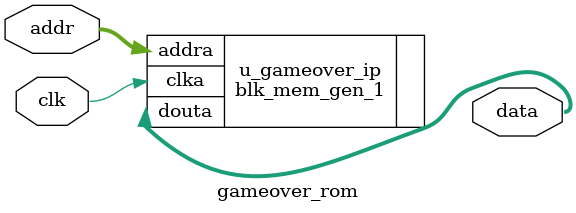
<source format=v>
module gameover_rom (
    input  wire         clk,
    input  wire [18:0]  addr,
    output wire [15:0]  data
);//ÓÎÏ·½áÊøÍ¼Æ¬¼ÓÔØÄ£¿é

    blk_mem_gen_1 u_gameover_ip (
        .clka   (clk),
        .addra  (addr),   // ÊäÈëµØÖ·
        .douta  (data)    // Êä³öÍ¼Æ¬¶ÔÓ¦Î»ÖÃÏñËØµãÑÕÉ«
    );

endmodule
</source>
